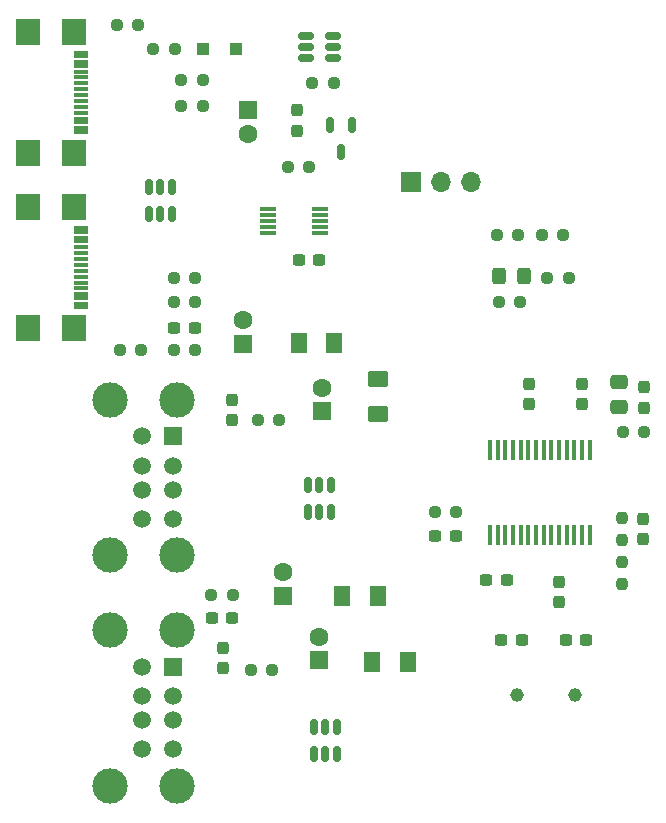
<source format=gts>
%TF.GenerationSoftware,KiCad,Pcbnew,(6.0.10)*%
%TF.CreationDate,2023-01-17T15:39:30+01:00*%
%TF.ProjectId,kvm,6b766d2e-6b69-4636-9164-5f7063625858,v01*%
%TF.SameCoordinates,Original*%
%TF.FileFunction,Soldermask,Top*%
%TF.FilePolarity,Negative*%
%FSLAX46Y46*%
G04 Gerber Fmt 4.6, Leading zero omitted, Abs format (unit mm)*
G04 Created by KiCad (PCBNEW (6.0.10)) date 2023-01-17 15:39:30*
%MOMM*%
%LPD*%
G01*
G04 APERTURE LIST*
G04 Aperture macros list*
%AMRoundRect*
0 Rectangle with rounded corners*
0 $1 Rounding radius*
0 $2 $3 $4 $5 $6 $7 $8 $9 X,Y pos of 4 corners*
0 Add a 4 corners polygon primitive as box body*
4,1,4,$2,$3,$4,$5,$6,$7,$8,$9,$2,$3,0*
0 Add four circle primitives for the rounded corners*
1,1,$1+$1,$2,$3*
1,1,$1+$1,$4,$5*
1,1,$1+$1,$6,$7*
1,1,$1+$1,$8,$9*
0 Add four rect primitives between the rounded corners*
20,1,$1+$1,$2,$3,$4,$5,0*
20,1,$1+$1,$4,$5,$6,$7,0*
20,1,$1+$1,$6,$7,$8,$9,0*
20,1,$1+$1,$8,$9,$2,$3,0*%
G04 Aperture macros list end*
%ADD10RoundRect,0.237500X-0.250000X-0.237500X0.250000X-0.237500X0.250000X0.237500X-0.250000X0.237500X0*%
%ADD11RoundRect,0.237500X0.300000X0.237500X-0.300000X0.237500X-0.300000X-0.237500X0.300000X-0.237500X0*%
%ADD12RoundRect,0.250001X0.462499X0.624999X-0.462499X0.624999X-0.462499X-0.624999X0.462499X-0.624999X0*%
%ADD13R,1.500000X1.500000*%
%ADD14C,1.500000*%
%ADD15C,3.000000*%
%ADD16RoundRect,0.237500X-0.237500X0.300000X-0.237500X-0.300000X0.237500X-0.300000X0.237500X0.300000X0*%
%ADD17RoundRect,0.237500X0.250000X0.237500X-0.250000X0.237500X-0.250000X-0.237500X0.250000X-0.237500X0*%
%ADD18R,1.100000X1.100000*%
%ADD19RoundRect,0.237500X0.237500X-0.300000X0.237500X0.300000X-0.237500X0.300000X-0.237500X-0.300000X0*%
%ADD20RoundRect,0.237500X-0.300000X-0.237500X0.300000X-0.237500X0.300000X0.237500X-0.300000X0.237500X0*%
%ADD21RoundRect,0.150000X-0.150000X0.512500X-0.150000X-0.512500X0.150000X-0.512500X0.150000X0.512500X0*%
%ADD22R,1.600000X1.600000*%
%ADD23C,1.600000*%
%ADD24RoundRect,0.250000X0.475000X-0.337500X0.475000X0.337500X-0.475000X0.337500X-0.475000X-0.337500X0*%
%ADD25C,0.001000*%
%ADD26R,1.150000X0.300000*%
%ADD27R,2.000000X2.180000*%
%ADD28RoundRect,0.237500X0.237500X-0.250000X0.237500X0.250000X-0.237500X0.250000X-0.237500X-0.250000X0*%
%ADD29R,1.700000X1.700000*%
%ADD30O,1.700000X1.700000*%
%ADD31R,0.450000X1.750000*%
%ADD32RoundRect,0.250000X-0.325000X-0.450000X0.325000X-0.450000X0.325000X0.450000X-0.325000X0.450000X0*%
%ADD33R,1.400000X0.300000*%
%ADD34RoundRect,0.150000X-0.512500X-0.150000X0.512500X-0.150000X0.512500X0.150000X-0.512500X0.150000X0*%
%ADD35RoundRect,0.250001X-0.624999X0.462499X-0.624999X-0.462499X0.624999X-0.462499X0.624999X0.462499X0*%
%ADD36C,1.155000*%
G04 APERTURE END LIST*
D10*
X70334500Y-68834000D03*
X72159500Y-68834000D03*
D11*
X103097500Y-88265000D03*
X101372500Y-88265000D03*
D12*
X92165500Y-89662000D03*
X89190500Y-89662000D03*
D13*
X74825000Y-76129000D03*
D14*
X74825000Y-78629000D03*
X74825000Y-80629000D03*
X74825000Y-83129000D03*
X72205000Y-76129000D03*
X72205000Y-78629000D03*
X72205000Y-80629000D03*
X72205000Y-83129000D03*
D15*
X75175000Y-86199000D03*
X69495000Y-73059000D03*
X75175000Y-73059000D03*
X69495000Y-86199000D03*
D16*
X107543600Y-88418500D03*
X107543600Y-90143500D03*
D17*
X83843500Y-74771000D03*
X82018500Y-74771000D03*
X107882100Y-59096200D03*
X106057100Y-59096200D03*
X98829500Y-82489600D03*
X97004500Y-82489600D03*
D18*
X80166500Y-43342908D03*
X77366500Y-43342908D03*
D11*
X109828500Y-93345000D03*
X108103500Y-93345000D03*
D17*
X104102044Y-59096200D03*
X102277044Y-59096200D03*
D10*
X74906500Y-62738000D03*
X76731500Y-62738000D03*
X74906500Y-64770000D03*
X76731500Y-64770000D03*
D19*
X114757200Y-73684300D03*
X114757200Y-71959300D03*
D20*
X102642500Y-93345000D03*
X104367500Y-93345000D03*
D11*
X87251000Y-61214000D03*
X85526000Y-61214000D03*
D17*
X108354500Y-62738000D03*
X106529500Y-62738000D03*
D21*
X90009000Y-49763000D03*
X88109000Y-49763000D03*
X89059000Y-52038000D03*
D22*
X80772000Y-68302339D03*
D23*
X80772000Y-66302339D03*
D21*
X74737000Y-54996500D03*
X73787000Y-54996500D03*
X72837000Y-54996500D03*
X72837000Y-57271500D03*
X73787000Y-57271500D03*
X74737000Y-57271500D03*
X88707000Y-100716500D03*
X87757000Y-100716500D03*
X86807000Y-100716500D03*
X86807000Y-102991500D03*
X87757000Y-102991500D03*
X88707000Y-102991500D03*
D24*
X112572800Y-73631600D03*
X112572800Y-71556600D03*
D25*
X65976000Y-49880000D03*
X65976000Y-44100000D03*
D26*
X67051000Y-43640000D03*
X67051000Y-44440000D03*
X67051000Y-45740000D03*
X67051000Y-46740000D03*
X67051000Y-47240000D03*
X67051000Y-48240000D03*
X67051000Y-49540000D03*
X67051000Y-50340000D03*
X67051000Y-50040000D03*
X67051000Y-49240000D03*
X67051000Y-48740000D03*
X67051000Y-47740000D03*
X67051000Y-46240000D03*
X67051000Y-45240000D03*
X67051000Y-44740000D03*
X67051000Y-43940000D03*
D27*
X62546000Y-41880000D03*
X62546000Y-52100000D03*
X66476000Y-41880000D03*
X66476000Y-52100000D03*
D10*
X75541500Y-45974000D03*
X77366500Y-45974000D03*
D19*
X104952800Y-73379500D03*
X104952800Y-71654500D03*
D17*
X104239700Y-64770000D03*
X102414700Y-64770000D03*
D22*
X87503000Y-74009000D03*
D23*
X87503000Y-72009000D03*
D10*
X84558500Y-53340000D03*
X86383500Y-53340000D03*
D28*
X112826800Y-88620600D03*
X112826800Y-86795600D03*
D11*
X76681500Y-66929000D03*
X74956500Y-66929000D03*
D17*
X76731500Y-68808600D03*
X74906500Y-68808600D03*
D19*
X85370500Y-50239000D03*
X85370500Y-48514000D03*
D16*
X79044800Y-94041987D03*
X79044800Y-95766987D03*
D29*
X95011000Y-54610000D03*
D30*
X97551000Y-54610000D03*
X100091000Y-54610000D03*
D17*
X88447500Y-46202908D03*
X86622500Y-46202908D03*
D22*
X84201000Y-89630000D03*
D23*
X84201000Y-87630000D03*
D10*
X73155000Y-43342908D03*
X74980000Y-43342908D03*
D25*
X65976000Y-64739000D03*
X65976000Y-58959000D03*
D26*
X67051000Y-58499000D03*
X67051000Y-59299000D03*
X67051000Y-60599000D03*
X67051000Y-61599000D03*
X67051000Y-62099000D03*
X67051000Y-63099000D03*
X67051000Y-64399000D03*
X67051000Y-65199000D03*
X67051000Y-64899000D03*
X67051000Y-64099000D03*
X67051000Y-63599000D03*
X67051000Y-62599000D03*
X67051000Y-61099000D03*
X67051000Y-60099000D03*
X67051000Y-59599000D03*
X67051000Y-58799000D03*
D27*
X62546000Y-56739000D03*
X62546000Y-66959000D03*
X66476000Y-56739000D03*
X66476000Y-66959000D03*
D19*
X109474000Y-73379500D03*
X109474000Y-71654500D03*
D31*
X101693000Y-84499000D03*
X102343000Y-84499000D03*
X102993000Y-84499000D03*
X103643000Y-84499000D03*
X104293000Y-84499000D03*
X104943000Y-84499000D03*
X105593000Y-84499000D03*
X106243000Y-84499000D03*
X106893000Y-84499000D03*
X107543000Y-84499000D03*
X108193000Y-84499000D03*
X108843000Y-84499000D03*
X109493000Y-84499000D03*
X110143000Y-84499000D03*
X110143000Y-77299000D03*
X109493000Y-77299000D03*
X108843000Y-77299000D03*
X108193000Y-77299000D03*
X107543000Y-77299000D03*
X106893000Y-77299000D03*
X106243000Y-77299000D03*
X105593000Y-77299000D03*
X104943000Y-77299000D03*
X104293000Y-77299000D03*
X103643000Y-77299000D03*
X102993000Y-77299000D03*
X102343000Y-77299000D03*
X101693000Y-77299000D03*
D22*
X81179500Y-48485988D03*
D23*
X81179500Y-50485988D03*
D32*
X102492100Y-62525200D03*
X104542100Y-62525200D03*
D33*
X87290000Y-58912000D03*
X87290000Y-58412000D03*
X87290000Y-57912000D03*
X87290000Y-57412000D03*
X87290000Y-56912000D03*
X82890000Y-56912000D03*
X82890000Y-57412000D03*
X82890000Y-57912000D03*
X82890000Y-58412000D03*
X82890000Y-58912000D03*
D11*
X98779500Y-84521600D03*
X97054500Y-84521600D03*
D22*
X87172800Y-95096521D03*
D23*
X87172800Y-93096521D03*
D13*
X74825000Y-95630010D03*
D14*
X74825000Y-98130010D03*
X74825000Y-100130010D03*
X74825000Y-102630010D03*
X72205000Y-95630010D03*
X72205000Y-98130010D03*
X72205000Y-100130010D03*
X72205000Y-102630010D03*
D15*
X69495000Y-92560010D03*
X75175000Y-105700010D03*
X75175000Y-92560010D03*
X69495000Y-105700010D03*
D10*
X70080500Y-41275000D03*
X71905500Y-41275000D03*
D17*
X83259300Y-95869687D03*
X81434300Y-95869687D03*
D10*
X75541500Y-48133000D03*
X77366500Y-48133000D03*
D34*
X86143500Y-42204908D03*
X86143500Y-43154908D03*
X86143500Y-44104908D03*
X88418500Y-44104908D03*
X88418500Y-43154908D03*
X88418500Y-42204908D03*
D16*
X79832200Y-73044900D03*
X79832200Y-74769900D03*
D11*
X79856500Y-91541600D03*
X78131500Y-91541600D03*
D17*
X114755300Y-75717400D03*
X112930300Y-75717400D03*
D12*
X88482500Y-68199000D03*
X85507500Y-68199000D03*
D35*
X92202000Y-71283500D03*
X92202000Y-74258500D03*
D12*
X94705500Y-95250000D03*
X91730500Y-95250000D03*
D36*
X103986000Y-98044000D03*
X108866000Y-98044000D03*
D28*
X112826800Y-84859500D03*
X112826800Y-83034500D03*
D19*
X114604800Y-84811400D03*
X114604800Y-83086400D03*
D17*
X79906500Y-89560400D03*
X78081500Y-89560400D03*
D21*
X88199000Y-80269500D03*
X87249000Y-80269500D03*
X86299000Y-80269500D03*
X86299000Y-82544500D03*
X87249000Y-82544500D03*
X88199000Y-82544500D03*
M02*

</source>
